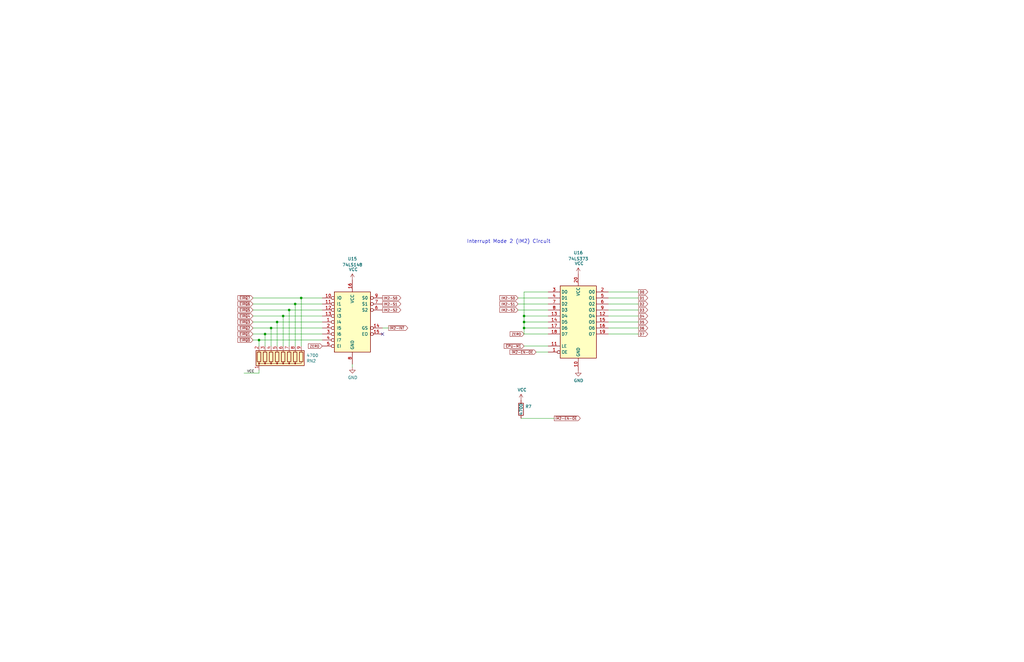
<source format=kicad_sch>
(kicad_sch (version 20211123) (generator eeschema)
  (paper "B")
  (lib_symbols
    (symbol "74xx:74LS148" (pin_names (offset 1.016))
      (property "Reference" "U" (at -7.62 13.97 0))
      (property "Value" "74LS148" (at -7.62 -13.97 0))
      (symbol "74LS148_1_0"
        (pin input inverted (at -12.7 0 0) (length 5.08) (name "I4") (number "1"))
        (pin input inverted (at -12.7 10.16 0) (length 5.08) (name "IO") (number "10"))
        (pin input inverted (at -12.7 7.62 0) (length 5.08) (name "I1") (number "11"))
        (pin input inverted (at -12.7 5.08 0) (length 5.08) (name "I2") (number "12"))
        (pin input inverted (at -12.7 2.54 0) (length 5.08) (name "I3") (number "13"))
        (pin output inverted (at 12.7 -2.54 180) (length 5.08) (name "GS") (number "14"))
        (pin output inverted (at 12.7 -5.08 180) (length 5.08) (name "EO") (number "15"))
        (pin power_in line (at 0 17.78 270) (length 5.08) (name "VCC") (number "16"))
        (pin input inverted (at -12.7 -2.54 0) (length 5.08) (name "I5") (number "2"))
        (pin input inverted (at -12.7 -5.08 0) (length 5.08) (name "I6") (number "3"))
        (pin input inverted (at -12.7 -7.62 0) (length 5.08) (name "I7") (number "4"))
        (pin input inverted (at -12.7 -10.16 0) (length 5.08) (name "EI") (number "5"))
        (pin output inverted (at 12.7 5.08 180) (length 5.08) (name "S2") (number "6"))
        (pin output inverted (at 12.7 7.62 180) (length 5.08) (name "S1") (number "7"))
        (pin power_in line (at 0 -17.78 90) (length 5.08) (name "GND") (number "8"))
        (pin output inverted (at 12.7 10.16 180) (length 5.08) (name "S0") (number "9"))
      )
      (symbol "74LS148_1_1"
        (rectangle (start -7.62 12.7) (end 7.62 -12.7) (stroke (width 0.254)) (fill (type background)))
      )
    )
    (symbol "74xx:74LS373"
      (property "Reference" "U" (at -7.62 16.51 0))
      (property "Value" "74LS373" (at -7.62 -16.51 0))
      (symbol "74LS373_1_0"
        (pin input inverted (at -12.7 -12.7 0) (length 5.08) (name "OE") (number "1"))
        (pin power_in line (at 0 -20.32 90) (length 5.08) (name "GND") (number "10"))
        (pin input line (at -12.7 -10.16 0) (length 5.08) (name "LE") (number "11"))
        (pin tri_state line (at 12.7 2.54 180) (length 5.08) (name "O4") (number "12"))
        (pin input line (at -12.7 2.54 0) (length 5.08) (name "D4") (number "13"))
        (pin input line (at -12.7 0 0) (length 5.08) (name "D5") (number "14"))
        (pin tri_state line (at 12.7 0 180) (length 5.08) (name "O5") (number "15"))
        (pin tri_state line (at 12.7 -2.54 180) (length 5.08) (name "O6") (number "16"))
        (pin input line (at -12.7 -2.54 0) (length 5.08) (name "D6") (number "17"))
        (pin input line (at -12.7 -5.08 0) (length 5.08) (name "D7") (number "18"))
        (pin tri_state line (at 12.7 -5.08 180) (length 5.08) (name "O7") (number "19"))
        (pin tri_state line (at 12.7 12.7 180) (length 5.08) (name "O0") (number "2"))
        (pin power_in line (at 0 20.32 270) (length 5.08) (name "VCC") (number "20"))
        (pin input line (at -12.7 12.7 0) (length 5.08) (name "D0") (number "3"))
        (pin input line (at -12.7 10.16 0) (length 5.08) (name "D1") (number "4"))
        (pin tri_state line (at 12.7 10.16 180) (length 5.08) (name "O1") (number "5"))
        (pin tri_state line (at 12.7 7.62 180) (length 5.08) (name "O2") (number "6"))
        (pin input line (at -12.7 7.62 0) (length 5.08) (name "D2") (number "7"))
        (pin input line (at -12.7 5.08 0) (length 5.08) (name "D3") (number "8"))
        (pin tri_state line (at 12.7 5.08 180) (length 5.08) (name "O3") (number "9"))
      )
      (symbol "74LS373_1_1"
        (rectangle (start -7.62 15.24) (end 7.62 -15.24) (stroke (width 0.254)) (fill (type background)))
      )
    )
    (symbol "Device:R" (pin_numbers hide) (pin_names (offset 0))
      (property "Reference" "R" (at 2.032 0 90))
      (property "Value" "R" (at 0 0 90))
      (symbol "R_0_1"
        (rectangle (start -1.016 -2.54) (end 1.016 2.54) (stroke (width 0.254)))
      )
      (symbol "R_1_1"
        (pin passive line (at 0 3.81 270) (length 1.27) (name "~") (number "1"))
        (pin passive line (at 0 -3.81 90) (length 1.27) (name "~") (number "2"))
      )
    )
    (symbol "Device:R_Network08" (pin_names (offset 0) hide)
      (property "Reference" "RN" (at -12.7 0 90))
      (property "Value" "R_Network08" (at 10.16 0 90))
      (symbol "R_Network08_0_1"
        (rectangle (start -11.43 -3.175) (end 8.89 3.175) (stroke (width 0.254)) (fill (type background)))
        (rectangle (start -10.922 1.524) (end -9.398 -2.54) (stroke (width 0.254)))
        (circle (center -10.16 2.286) (radius 0.254) (fill (type outline)))
        (rectangle (start -8.382 1.524) (end -6.858 -2.54) (stroke (width 0.254)))
        (circle (center -7.62 2.286) (radius 0.254) (fill (type outline)))
        (rectangle (start -5.842 1.524) (end -4.318 -2.54) (stroke (width 0.254)))
        (circle (center -5.08 2.286) (radius 0.254) (fill (type outline)))
        (rectangle (start -3.302 1.524) (end -1.778 -2.54) (stroke (width 0.254)))
        (circle (center -2.54 2.286) (radius 0.254) (fill (type outline)))
        (rectangle (start -0.762 1.524) (end 0.762 -2.54) (stroke (width 0.254)))
        (polyline (pts (xy -10.16 -2.54) (xy -10.16 -3.81)))
        (polyline (pts (xy -7.62 -2.54) (xy -7.62 -3.81)))
        (polyline (pts (xy -5.08 -2.54) (xy -5.08 -3.81)))
        (polyline (pts (xy -2.54 -2.54) (xy -2.54 -3.81)))
        (polyline (pts (xy 0 -2.54) (xy 0 -3.81)))
        (polyline (pts (xy 2.54 -2.54) (xy 2.54 -3.81)))
        (polyline (pts (xy 5.08 -2.54) (xy 5.08 -3.81)))
        (polyline (pts (xy 7.62 -2.54) (xy 7.62 -3.81)))
        (polyline (pts (xy -10.16 1.524) (xy -10.16 2.286) (xy -7.62 2.286) (xy -7.62 1.524)))
        (polyline (pts (xy -7.62 1.524) (xy -7.62 2.286) (xy -5.08 2.286) (xy -5.08 1.524)))
        (polyline (pts (xy -5.08 1.524) (xy -5.08 2.286) (xy -2.54 2.286) (xy -2.54 1.524)))
        (polyline (pts (xy -2.54 1.524) (xy -2.54 2.286) (xy 0 2.286) (xy 0 1.524)))
        (polyline (pts (xy 0 1.524) (xy 0 2.286) (xy 2.54 2.286) (xy 2.54 1.524)))
        (polyline (pts (xy 2.54 1.524) (xy 2.54 2.286) (xy 5.08 2.286) (xy 5.08 1.524)))
        (polyline (pts (xy 5.08 1.524) (xy 5.08 2.286) (xy 7.62 2.286) (xy 7.62 1.524)))
        (circle (center 0 2.286) (radius 0.254) (fill (type outline)))
        (rectangle (start 1.778 1.524) (end 3.302 -2.54) (stroke (width 0.254)))
        (circle (center 2.54 2.286) (radius 0.254) (fill (type outline)))
        (rectangle (start 4.318 1.524) (end 5.842 -2.54) (stroke (width 0.254)))
        (circle (center 5.08 2.286) (radius 0.254) (fill (type outline)))
        (rectangle (start 6.858 1.524) (end 8.382 -2.54) (stroke (width 0.254)))
      )
      (symbol "R_Network08_1_1"
        (pin passive line (at -10.16 5.08 270) (length 2.54) (name "common") (number "1"))
        (pin passive line (at -10.16 -5.08 90) (length 1.27) (name "R1") (number "2"))
        (pin passive line (at -7.62 -5.08 90) (length 1.27) (name "R2") (number "3"))
        (pin passive line (at -5.08 -5.08 90) (length 1.27) (name "R3") (number "4"))
        (pin passive line (at -2.54 -5.08 90) (length 1.27) (name "R4") (number "5"))
        (pin passive line (at 0 -5.08 90) (length 1.27) (name "R5") (number "6"))
        (pin passive line (at 2.54 -5.08 90) (length 1.27) (name "R6") (number "7"))
        (pin passive line (at 5.08 -5.08 90) (length 1.27) (name "R7") (number "8"))
        (pin passive line (at 7.62 -5.08 90) (length 1.27) (name "R8") (number "9"))
      )
    )
    (symbol "power:GND" (power) (pin_names (offset 0))
      (property "Value" "GND" (at 0 -3.81 0))
      (symbol "GND_0_1"
        (polyline (pts (xy 0 0) (xy 0 -1.27) (xy 1.27 -1.27) (xy 0 -2.54) (xy -1.27 -1.27) (xy 0 -1.27)))
      )
      (symbol "GND_1_1"
        (pin power_in line (at 0 0 270) (length 0) hide (name "GND") (number "1"))
      )
    )
    (symbol "power:VCC" (power) (pin_names (offset 0))
      (property "Value" "VCC" (at 0 3.81 0))
      (symbol "VCC_0_1"
        (polyline (pts (xy -0.762 1.27) (xy 0 2.54)))
        (polyline (pts (xy 0 0) (xy 0 2.54)))
        (polyline (pts (xy 0 2.54) (xy 0.762 1.27)))
      )
      (symbol "VCC_1_1"
        (pin power_in line (at 0 0 90) (length 0) hide (name "VCC") (number "1"))
      )
    )
  )
  (junction (at 220.98 135.89))
  (junction (at 127 125.73))
  (junction (at 220.98 138.43))
  (junction (at 121.92 130.81))
  (junction (at 119.38 133.35))
  (junction (at 114.3 138.43))
  (junction (at 109.22 143.51))
  (junction (at 220.98 133.35))
  (junction (at 111.76 140.97))
  (junction (at 116.84 135.89))
  (junction (at 124.46 128.27))
  (no_connect (at 161.29 140.97))
  (wire (pts (xy 256.54 135.89) (xy 269.24 135.89)))
  (wire (pts (xy 220.98 135.89) (xy 231.14 135.89)))
  (wire (pts (xy 106.68 125.73) (xy 127 125.73)))
  (wire (pts (xy 220.98 133.35) (xy 231.14 133.35)))
  (wire (pts (xy 231.14 123.19) (xy 220.98 123.19)))
  (wire (pts (xy 220.98 138.43) (xy 231.14 138.43)))
  (wire (pts (xy 119.38 133.35) (xy 106.68 133.35)))
  (wire (pts (xy 220.98 146.05) (xy 231.14 146.05)))
  (wire (pts (xy 127 146.05) (xy 127 125.73)))
  (wire (pts (xy 226.06 148.59) (xy 231.14 148.59)))
  (wire (pts (xy 220.98 138.43) (xy 220.98 140.97)))
  (wire (pts (xy 220.98 133.35) (xy 220.98 135.89)))
  (wire (pts (xy 109.22 157.48) (xy 102.87 157.48)))
  (wire (pts (xy 119.38 146.05) (xy 119.38 133.35)))
  (wire (pts (xy 220.98 135.89) (xy 220.98 138.43)))
  (wire (pts (xy 218.44 128.27) (xy 231.14 128.27)))
  (wire (pts (xy 256.54 138.43) (xy 269.24 138.43)))
  (wire (pts (xy 114.3 146.05) (xy 114.3 138.43)))
  (wire (pts (xy 256.54 123.19) (xy 269.24 123.19)))
  (wire (pts (xy 256.54 128.27) (xy 269.24 128.27)))
  (wire (pts (xy 218.44 130.81) (xy 231.14 130.81)))
  (wire (pts (xy 220.98 123.19) (xy 220.98 133.35)))
  (wire (pts (xy 116.84 135.89) (xy 106.68 135.89)))
  (wire (pts (xy 135.89 135.89) (xy 116.84 135.89)))
  (wire (pts (xy 135.89 138.43) (xy 114.3 138.43)))
  (wire (pts (xy 114.3 138.43) (xy 106.68 138.43)))
  (wire (pts (xy 121.92 130.81) (xy 106.68 130.81)))
  (wire (pts (xy 106.68 128.27) (xy 124.46 128.27)))
  (wire (pts (xy 218.44 125.73) (xy 231.14 125.73)))
  (wire (pts (xy 135.89 140.97) (xy 111.76 140.97)))
  (wire (pts (xy 121.92 146.05) (xy 121.92 130.81)))
  (wire (pts (xy 109.22 146.05) (xy 109.22 143.51)))
  (wire (pts (xy 148.59 153.67) (xy 148.59 154.94)))
  (wire (pts (xy 127 125.73) (xy 135.89 125.73)))
  (wire (pts (xy 124.46 128.27) (xy 135.89 128.27)))
  (wire (pts (xy 256.54 125.73) (xy 269.24 125.73)))
  (wire (pts (xy 219.71 176.53) (xy 233.68 176.53)))
  (wire (pts (xy 161.29 138.43) (xy 163.83 138.43)))
  (wire (pts (xy 220.98 140.97) (xy 231.14 140.97)))
  (wire (pts (xy 116.84 146.05) (xy 116.84 135.89)))
  (wire (pts (xy 109.22 143.51) (xy 106.68 143.51)))
  (wire (pts (xy 111.76 146.05) (xy 111.76 140.97)))
  (wire (pts (xy 111.76 140.97) (xy 106.68 140.97)))
  (wire (pts (xy 124.46 146.05) (xy 124.46 128.27)))
  (wire (pts (xy 135.89 143.51) (xy 109.22 143.51)))
  (wire (pts (xy 256.54 130.81) (xy 269.24 130.81)))
  (wire (pts (xy 135.89 130.81) (xy 121.92 130.81)))
  (wire (pts (xy 135.89 133.35) (xy 119.38 133.35)))
  (wire (pts (xy 109.22 156.21) (xy 109.22 157.48)))
  (wire (pts (xy 256.54 133.35) (xy 269.24 133.35)))
  (wire (pts (xy 256.54 140.97) (xy 269.24 140.97)))
  (text "Interrupt Mode 2 (IM2) Circuit" (at 196.85 102.87 0) (effects (font (size 1.524 1.524)) (justify left bottom)))
  (label "VCC" (at 104.14 157.48 0) (effects (font (size 1.016 1.016))))
  (global_label "D3" (shape output) (at 269.24 130.81 0) (effects (font (size 1.016 1.016))) (property "Intersheet References" "${INTERSHEET_REFS}" (effects hide)))
  (global_label "~{IM2-INT}" (shape output) (at 163.83 138.43 0) (effects (font (size 1.016 1.016))) (property "Intersheet References" "${INTERSHEET_REFS}" (effects hide)))
  (global_label "IM2-S1" (shape input) (at 218.44 128.27 180) (effects (font (size 1.016 1.016))) (property "Intersheet References" "${INTERSHEET_REFS}" (effects hide)))
  (global_label "D6" (shape output) (at 269.24 138.43 0) (effects (font (size 1.016 1.016))) (property "Intersheet References" "${INTERSHEET_REFS}" (effects hide)))
  (global_label "~{EIRQ2}" (shape input) (at 106.68 138.43 180) (effects (font (size 1.016 1.016))) (property "Intersheet References" "${INTERSHEET_REFS}" (effects hide)))
  (global_label "~{EIRQ3}" (shape input) (at 106.68 135.89 180) (effects (font (size 1.016 1.016))) (property "Intersheet References" "${INTERSHEET_REFS}" (effects hide)))
  (global_label "ZERO" (shape input) (at 135.89 146.05 180) (effects (font (size 1.016 1.016))) (property "Intersheet References" "${INTERSHEET_REFS}" (effects hide)))
  (global_label "D2" (shape output) (at 269.24 128.27 0) (effects (font (size 1.016 1.016))) (property "Intersheet References" "${INTERSHEET_REFS}" (effects hide)))
  (global_label "IM2-S0" (shape input) (at 218.44 125.73 180) (effects (font (size 1.016 1.016))) (property "Intersheet References" "${INTERSHEET_REFS}" (effects hide)))
  (global_label "~{EIRQ6}" (shape input) (at 106.68 128.27 180) (effects (font (size 1.016 1.016))) (property "Intersheet References" "${INTERSHEET_REFS}" (effects hide)))
  (global_label "D5" (shape output) (at 269.24 135.89 0) (effects (font (size 1.016 1.016))) (property "Intersheet References" "${INTERSHEET_REFS}" (effects hide)))
  (global_label "~{IM2-EN-OE}" (shape input) (at 226.06 148.59 180) (effects (font (size 1.016 1.016))) (property "Intersheet References" "${INTERSHEET_REFS}" (effects hide)))
  (global_label "IM2-S2" (shape output) (at 161.29 130.81 0) (effects (font (size 1.016 1.016))) (property "Intersheet References" "${INTERSHEET_REFS}" (effects hide)))
  (global_label "~{EIRQ0}" (shape input) (at 106.68 143.51 180) (effects (font (size 1.016 1.016))) (property "Intersheet References" "${INTERSHEET_REFS}" (effects hide)))
  (global_label "D7" (shape output) (at 269.24 140.97 0) (effects (font (size 1.016 1.016))) (property "Intersheet References" "${INTERSHEET_REFS}" (effects hide)))
  (global_label "IM2-S2" (shape input) (at 218.44 130.81 180) (effects (font (size 1.016 1.016))) (property "Intersheet References" "${INTERSHEET_REFS}" (effects hide)))
  (global_label "D0" (shape output) (at 269.24 123.19 0) (effects (font (size 1.016 1.016))) (property "Intersheet References" "${INTERSHEET_REFS}" (effects hide)))
  (global_label "ZERO" (shape input) (at 220.98 140.97 180) (effects (font (size 1.016 1.016))) (property "Intersheet References" "${INTERSHEET_REFS}" (effects hide)))
  (global_label "~{IM2-EN-OE}" (shape output) (at 233.68 176.53 0) (effects (font (size 1.016 1.016))) (property "Intersheet References" "${INTERSHEET_REFS}" (effects hide)))
  (global_label "IM2-S0" (shape output) (at 161.29 125.73 0) (effects (font (size 1.016 1.016))) (property "Intersheet References" "${INTERSHEET_REFS}" (effects hide)))
  (global_label "~{EIRQ7}" (shape input) (at 106.68 125.73 180) (effects (font (size 1.016 1.016))) (property "Intersheet References" "${INTERSHEET_REFS}" (effects hide)))
  (global_label "D4" (shape output) (at 269.24 133.35 0) (effects (font (size 1.016 1.016))) (property "Intersheet References" "${INTERSHEET_REFS}" (effects hide)))
  (global_label "~{EIRQ1}" (shape input) (at 106.68 140.97 180) (effects (font (size 1.016 1.016))) (property "Intersheet References" "${INTERSHEET_REFS}" (effects hide)))
  (global_label "~{CPU-M1}" (shape input) (at 220.98 146.05 180) (effects (font (size 1.016 1.016))) (property "Intersheet References" "${INTERSHEET_REFS}" (effects hide)))
  (global_label "D1" (shape output) (at 269.24 125.73 0) (effects (font (size 1.016 1.016))) (property "Intersheet References" "${INTERSHEET_REFS}" (effects hide)))
  (global_label "~{EIRQ5}" (shape input) (at 106.68 130.81 180) (effects (font (size 1.016 1.016))) (property "Intersheet References" "${INTERSHEET_REFS}" (effects hide)))
  (global_label "IM2-S1" (shape output) (at 161.29 128.27 0) (effects (font (size 1.016 1.016))) (property "Intersheet References" "${INTERSHEET_REFS}" (effects hide)))
  (global_label "~{EIRQ4}" (shape input) (at 106.68 133.35 180) (effects (font (size 1.016 1.016))) (property "Intersheet References" "${INTERSHEET_REFS}" (effects hide)))
  (symbol (lib_id "Device:R_Network08") (at 119.38 151.13 0) (mirror x) (unit 1)
    (property "Reference" "RN2" (at 129.2352 152.2984 0) (effects (justify left)))
    (property "Value" "4700" (at 129.2352 149.987 0) (effects (justify left)))
    (property "Footprint" "Resistor_THT:R_Array_SIP9" (effects hide))
    (property "Datasheet" "http://www.vishay.com/docs/31509/csc.pdf" (effects hide))
  )
  (symbol (lib_id "power:GND") (at 243.84 156.21 0) (unit 1)
    (property "Reference" "#PWR0137" (effects hide))
    (property "Value" "GND" (at 243.967 160.6042 0))
  )
  (symbol (lib_id "power:GND") (at 148.59 154.94 0) (unit 1)
    (property "Reference" "#PWR0138" (effects hide))
    (property "Value" "GND" (at 148.717 159.3342 0))
  )
  (symbol (lib_id "power:VCC") (at 148.59 118.11 0) (unit 1)
    (property "Reference" "#PWR0139" (effects hide))
    (property "Value" "VCC" (at 148.971 113.7158 0))
  )
  (symbol (lib_id "power:VCC") (at 243.84 115.57 0) (unit 1)
    (property "Reference" "#PWR0140" (effects hide))
    (property "Value" "VCC" (at 244.221 111.1758 0))
  )
  (symbol (lib_id "74xx:74LS373") (at 243.84 135.89 0) (unit 1)
    (property "Reference" "U16" (at 243.84 106.68 0))
    (property "Value" "74LS373" (at 243.84 109.22 0))
    (property "Footprint" "Package_DIP:DIP-20_W7.62mm" (effects hide))
    (property "Datasheet" "http://www.ti.com/lit/gpn/sn74LS373" (effects hide))
  )
  (symbol (lib_id "74xx:74LS148") (at 148.59 135.89 0) (unit 1)
    (property "Reference" "U15" (at 148.59 109.22 0))
    (property "Value" "74LS148" (at 148.59 111.76 0))
    (property "Footprint" "Package_DIP:DIP-16_W7.62mm" (effects hide))
    (property "Datasheet" "http://www.ti.com/lit/gpn/sn74LS148" (effects hide))
  )
  (symbol (lib_id "power:VCC") (at 219.71 168.91 0) (unit 1)
    (property "Reference" "#PWR024" (effects hide))
    (property "Value" "VCC" (at 220.1418 164.5158 0))
  )
  (symbol (lib_id "Device:R") (at 219.71 172.72 0) (unit 1)
    (property "Reference" "R7" (at 221.488 171.5516 0) (effects (justify left)))
    (property "Value" "4700" (at 219.71 175.26 90) (effects (justify left)))
    (property "Footprint" "Resistor_THT:R_Axial_DIN0207_L6.3mm_D2.5mm_P7.62mm_Horizontal" (effects hide))
  )
)
</source>
